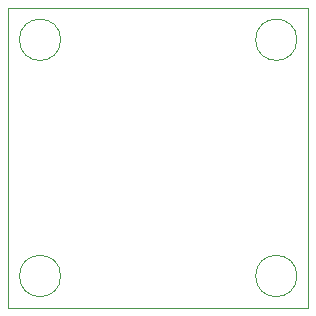
<source format=gm1>
%TF.GenerationSoftware,KiCad,Pcbnew,6.0.2-378541a8eb~116~ubuntu20.04.1*%
%TF.CreationDate,2022-02-26T16:05:59-06:00*%
%TF.ProjectId,sma_to_led,736d615f-746f-45f6-9c65-642e6b696361,1.0*%
%TF.SameCoordinates,Original*%
%TF.FileFunction,Profile,NP*%
%FSLAX46Y46*%
G04 Gerber Fmt 4.6, Leading zero omitted, Abs format (unit mm)*
G04 Created by KiCad (PCBNEW 6.0.2-378541a8eb~116~ubuntu20.04.1) date 2022-02-26 16:05:59*
%MOMM*%
%LPD*%
G01*
G04 APERTURE LIST*
%TA.AperFunction,Profile*%
%ADD10C,0.100000*%
%TD*%
G04 APERTURE END LIST*
D10*
X101915000Y-76200000D02*
X127315000Y-76200000D01*
X127315000Y-76200000D02*
X127315000Y-101600000D01*
X127315000Y-101600000D02*
X101915000Y-101600000D01*
X101915000Y-101600000D02*
X101915000Y-76200000D01*
X126365000Y-98900000D02*
G75*
G03*
X126365000Y-98900000I-1750000J0D01*
G01*
X106365000Y-78900000D02*
G75*
G03*
X106365000Y-78900000I-1750000J0D01*
G01*
X126365000Y-78900000D02*
G75*
G03*
X126365000Y-78900000I-1750000J0D01*
G01*
X106365000Y-98900000D02*
G75*
G03*
X106365000Y-98900000I-1750000J0D01*
G01*
M02*

</source>
